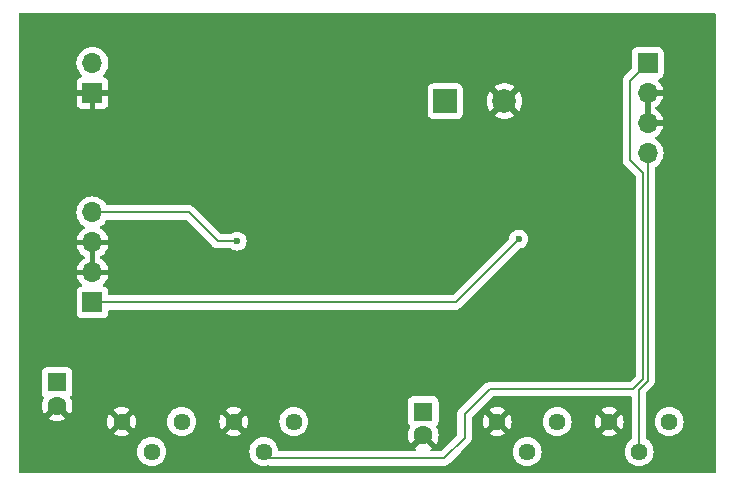
<source format=gbr>
%TF.GenerationSoftware,KiCad,Pcbnew,8.0.8*%
%TF.CreationDate,2025-01-26T19:39:00-06:00*%
%TF.ProjectId,peak-read-amp,7065616b-2d72-4656-9164-2d616d702e6b,rev?*%
%TF.SameCoordinates,Original*%
%TF.FileFunction,Copper,L2,Bot*%
%TF.FilePolarity,Positive*%
%FSLAX46Y46*%
G04 Gerber Fmt 4.6, Leading zero omitted, Abs format (unit mm)*
G04 Created by KiCad (PCBNEW 8.0.8) date 2025-01-26 19:39:00*
%MOMM*%
%LPD*%
G01*
G04 APERTURE LIST*
%TA.AperFunction,ComponentPad*%
%ADD10R,2.000000X2.000000*%
%TD*%
%TA.AperFunction,ComponentPad*%
%ADD11C,2.000000*%
%TD*%
%TA.AperFunction,ComponentPad*%
%ADD12C,1.440000*%
%TD*%
%TA.AperFunction,ComponentPad*%
%ADD13R,1.600000X1.600000*%
%TD*%
%TA.AperFunction,ComponentPad*%
%ADD14C,1.600000*%
%TD*%
%TA.AperFunction,ComponentPad*%
%ADD15R,1.700000X1.700000*%
%TD*%
%TA.AperFunction,ComponentPad*%
%ADD16O,1.700000X1.700000*%
%TD*%
%TA.AperFunction,ViaPad*%
%ADD17C,0.600000*%
%TD*%
%TA.AperFunction,Conductor*%
%ADD18C,0.200000*%
%TD*%
G04 APERTURE END LIST*
D10*
%TO.P,C2,1*%
%TO.N,+8V*%
X116132323Y-112000000D03*
D11*
%TO.P,C2,2*%
%TO.N,GND*%
X121132323Y-112000000D03*
%TD*%
D12*
%TO.P,RV1,1,1*%
%TO.N,Net-(R4-Pad2)*%
X125590000Y-139125000D03*
%TO.P,RV1,2,2*%
X123050000Y-141665000D03*
%TO.P,RV1,3,3*%
%TO.N,GND*%
X120510000Y-139125000D03*
%TD*%
%TO.P,RV2,1,1*%
%TO.N,Net-(R6-Pad1)*%
X135080000Y-139125000D03*
%TO.P,RV2,2,2*%
%TO.N,Net-(J3-Pin_4)*%
X132540000Y-141665000D03*
%TO.P,RV2,3,3*%
%TO.N,GND*%
X130000000Y-139125000D03*
%TD*%
%TO.P,RV3,1,1*%
%TO.N,Net-(R9-Pad2)*%
X93800000Y-139125000D03*
%TO.P,RV3,2,2*%
X91260000Y-141665000D03*
%TO.P,RV3,3,3*%
%TO.N,GND*%
X88720000Y-139125000D03*
%TD*%
%TO.P,RV4,1,1*%
%TO.N,Net-(R12-Pad1)*%
X103300000Y-139125000D03*
%TO.P,RV4,2,2*%
%TO.N,Net-(J3-Pin_1)*%
X100760000Y-141665000D03*
%TO.P,RV4,3,3*%
%TO.N,GND*%
X98220000Y-139125000D03*
%TD*%
D13*
%TO.P,C7,1*%
%TO.N,Net-(D6-K)*%
X83250000Y-135794888D03*
D14*
%TO.P,C7,2*%
%TO.N,GND*%
X83250000Y-137794888D03*
%TD*%
D15*
%TO.P,J1,1,Pin_1*%
%TO.N,GND*%
X86250000Y-111290000D03*
D16*
%TO.P,J1,2,Pin_2*%
%TO.N,Net-(D7-A)*%
X86250000Y-108750000D03*
%TD*%
D13*
%TO.P,C6,1*%
%TO.N,Net-(D3-K)*%
X114250000Y-138294888D03*
D14*
%TO.P,C6,2*%
%TO.N,GND*%
X114250000Y-140294888D03*
%TD*%
D15*
%TO.P,J3,1,Pin_1*%
%TO.N,Net-(J3-Pin_1)*%
X133250000Y-108750000D03*
D16*
%TO.P,J3,2,Pin_2*%
%TO.N,GND*%
X133250000Y-111290000D03*
%TO.P,J3,3,Pin_3*%
X133250000Y-113830000D03*
%TO.P,J3,4,Pin_4*%
%TO.N,Net-(J3-Pin_4)*%
X133250000Y-116370000D03*
%TD*%
D15*
%TO.P,J2,1,Pin_1*%
%TO.N,Net-(J2-Pin_1)*%
X86250000Y-129040000D03*
D16*
%TO.P,J2,2,Pin_2*%
%TO.N,GND*%
X86250000Y-126500000D03*
%TO.P,J2,3,Pin_3*%
X86250000Y-123960000D03*
%TO.P,J2,4,Pin_4*%
%TO.N,Net-(J2-Pin_4)*%
X86250000Y-121420000D03*
%TD*%
D17*
%TO.N,Net-(J2-Pin_1)*%
X122340000Y-123670000D03*
%TO.N,GND*%
X116250000Y-117500000D03*
X107250000Y-117500000D03*
X83250000Y-133000000D03*
X97250000Y-117250000D03*
X138000000Y-131000000D03*
X97700000Y-110397500D03*
X122260000Y-122250000D03*
X116250000Y-105000000D03*
X122250000Y-117500000D03*
X103250000Y-131750000D03*
X103250000Y-135500000D03*
X129750000Y-119250000D03*
X98500000Y-122500000D03*
X126500000Y-131880000D03*
X82250000Y-116250000D03*
X137250000Y-106250000D03*
X126500000Y-134630000D03*
X115000000Y-131000000D03*
X89500000Y-105000000D03*
X98000000Y-105000000D03*
X138000000Y-120380000D03*
%TO.N,Net-(J2-Pin_4)*%
X98500000Y-123850000D03*
%TD*%
D18*
%TO.N,Net-(J2-Pin_1)*%
X117000000Y-129040000D02*
X86250000Y-129040000D01*
X117000000Y-129010000D02*
X117000000Y-129040000D01*
X122340000Y-123670000D02*
X117000000Y-129010000D01*
%TO.N,Net-(J2-Pin_4)*%
X98500000Y-123850000D02*
X96850000Y-123850000D01*
X94420000Y-121420000D02*
X86250000Y-121420000D01*
X96850000Y-123850000D02*
X94420000Y-121420000D01*
%TO.N,Net-(J3-Pin_4)*%
X132540000Y-141665000D02*
X132500000Y-141625000D01*
X132500000Y-136445686D02*
X133250000Y-135695686D01*
X133250000Y-135695686D02*
X133250000Y-116370000D01*
X132500000Y-141625000D02*
X132500000Y-136445686D01*
%TO.N,Net-(J3-Pin_1)*%
X131750000Y-110250000D02*
X133250000Y-108750000D01*
X132850000Y-135530000D02*
X132850000Y-118100000D01*
X131750000Y-117000000D02*
X131750000Y-110250000D01*
X119870000Y-136380000D02*
X132000000Y-136380000D01*
X117750000Y-138500000D02*
X119870000Y-136380000D01*
X117750000Y-140500000D02*
X117750000Y-138500000D01*
X132850000Y-118100000D02*
X131750000Y-117000000D01*
X132000000Y-136380000D02*
X132850000Y-135530000D01*
X116000000Y-142250000D02*
X117750000Y-140500000D01*
X100760000Y-141665000D02*
X101345000Y-142250000D01*
X101345000Y-142250000D02*
X116000000Y-142250000D01*
%TD*%
%TA.AperFunction,Conductor*%
%TO.N,GND*%
G36*
X133500000Y-113396988D02*
G01*
X133442993Y-113364075D01*
X133315826Y-113330000D01*
X133184174Y-113330000D01*
X133057007Y-113364075D01*
X133000000Y-113396988D01*
X133000000Y-111723012D01*
X133057007Y-111755925D01*
X133184174Y-111790000D01*
X133315826Y-111790000D01*
X133442993Y-111755925D01*
X133500000Y-111723012D01*
X133500000Y-113396988D01*
G37*
%TD.AperFunction*%
%TA.AperFunction,Conductor*%
G36*
X86500000Y-126066988D02*
G01*
X86442993Y-126034075D01*
X86315826Y-126000000D01*
X86184174Y-126000000D01*
X86057007Y-126034075D01*
X86000000Y-126066988D01*
X86000000Y-124393012D01*
X86057007Y-124425925D01*
X86184174Y-124460000D01*
X86315826Y-124460000D01*
X86442993Y-124425925D01*
X86500000Y-124393012D01*
X86500000Y-126066988D01*
G37*
%TD.AperFunction*%
%TA.AperFunction,Conductor*%
G36*
X138942539Y-104520185D02*
G01*
X138988294Y-104572989D01*
X138999500Y-104624500D01*
X138999500Y-143375500D01*
X138979815Y-143442539D01*
X138927011Y-143488294D01*
X138875500Y-143499500D01*
X80124500Y-143499500D01*
X80057461Y-143479815D01*
X80011706Y-143427011D01*
X80000500Y-143375500D01*
X80000500Y-141664998D01*
X90034838Y-141664998D01*
X90034838Y-141665001D01*
X90053450Y-141877741D01*
X90053452Y-141877752D01*
X90108721Y-142084022D01*
X90108723Y-142084026D01*
X90108724Y-142084030D01*
X90151171Y-142175058D01*
X90198977Y-142277578D01*
X90321472Y-142452521D01*
X90472478Y-142603527D01*
X90472481Y-142603529D01*
X90647419Y-142726021D01*
X90647421Y-142726022D01*
X90647420Y-142726022D01*
X90711936Y-142756106D01*
X90840970Y-142816276D01*
X91047253Y-142871549D01*
X91199215Y-142884844D01*
X91259998Y-142890162D01*
X91260000Y-142890162D01*
X91260002Y-142890162D01*
X91313186Y-142885508D01*
X91472747Y-142871549D01*
X91679030Y-142816276D01*
X91872581Y-142726021D01*
X92047519Y-142603529D01*
X92198529Y-142452519D01*
X92321021Y-142277581D01*
X92411276Y-142084030D01*
X92466549Y-141877747D01*
X92485162Y-141665000D01*
X92485162Y-141664998D01*
X99534838Y-141664998D01*
X99534838Y-141665001D01*
X99553450Y-141877741D01*
X99553452Y-141877752D01*
X99608721Y-142084022D01*
X99608723Y-142084026D01*
X99608724Y-142084030D01*
X99651171Y-142175058D01*
X99698977Y-142277578D01*
X99821472Y-142452521D01*
X99972478Y-142603527D01*
X99972481Y-142603529D01*
X100147419Y-142726021D01*
X100147421Y-142726022D01*
X100147420Y-142726022D01*
X100211936Y-142756106D01*
X100340970Y-142816276D01*
X100547253Y-142871549D01*
X100699215Y-142884844D01*
X100759998Y-142890162D01*
X100760000Y-142890162D01*
X100760002Y-142890162D01*
X100813186Y-142885508D01*
X100972747Y-142871549D01*
X101126530Y-142830343D01*
X101190713Y-142830343D01*
X101265943Y-142850501D01*
X101265946Y-142850501D01*
X101431653Y-142850501D01*
X101431669Y-142850500D01*
X115913331Y-142850500D01*
X115913347Y-142850501D01*
X115920943Y-142850501D01*
X116079054Y-142850501D01*
X116079057Y-142850501D01*
X116231785Y-142809577D01*
X116281904Y-142780639D01*
X116368716Y-142730520D01*
X116480520Y-142618716D01*
X116480520Y-142618714D01*
X116490728Y-142608507D01*
X116490729Y-142608504D01*
X117434237Y-141664998D01*
X121824838Y-141664998D01*
X121824838Y-141665001D01*
X121843450Y-141877741D01*
X121843452Y-141877752D01*
X121898721Y-142084022D01*
X121898723Y-142084026D01*
X121898724Y-142084030D01*
X121941171Y-142175058D01*
X121988977Y-142277578D01*
X122111472Y-142452521D01*
X122262478Y-142603527D01*
X122262481Y-142603529D01*
X122437419Y-142726021D01*
X122437421Y-142726022D01*
X122437420Y-142726022D01*
X122501936Y-142756106D01*
X122630970Y-142816276D01*
X122837253Y-142871549D01*
X122989215Y-142884844D01*
X123049998Y-142890162D01*
X123050000Y-142890162D01*
X123050002Y-142890162D01*
X123103186Y-142885508D01*
X123262747Y-142871549D01*
X123469030Y-142816276D01*
X123662581Y-142726021D01*
X123837519Y-142603529D01*
X123988529Y-142452519D01*
X124111021Y-142277581D01*
X124201276Y-142084030D01*
X124256549Y-141877747D01*
X124275162Y-141665000D01*
X124256549Y-141452253D01*
X124201276Y-141245970D01*
X124111021Y-141052419D01*
X123988529Y-140877481D01*
X123988527Y-140877478D01*
X123837521Y-140726472D01*
X123662578Y-140603977D01*
X123662579Y-140603977D01*
X123526438Y-140540494D01*
X123469030Y-140513724D01*
X123469026Y-140513723D01*
X123469022Y-140513721D01*
X123262752Y-140458452D01*
X123262748Y-140458451D01*
X123262747Y-140458451D01*
X123262746Y-140458450D01*
X123262741Y-140458450D01*
X123050002Y-140439838D01*
X123049998Y-140439838D01*
X122837258Y-140458450D01*
X122837247Y-140458452D01*
X122630977Y-140513721D01*
X122630968Y-140513725D01*
X122437421Y-140603977D01*
X122262478Y-140726472D01*
X122111472Y-140877478D01*
X121988977Y-141052421D01*
X121898725Y-141245968D01*
X121898721Y-141245977D01*
X121843452Y-141452247D01*
X121843450Y-141452258D01*
X121824838Y-141664998D01*
X117434237Y-141664998D01*
X118230520Y-140868716D01*
X118309577Y-140731784D01*
X118350501Y-140579057D01*
X118350501Y-140420942D01*
X118350501Y-140413347D01*
X118350500Y-140413329D01*
X118350500Y-139124997D01*
X119285340Y-139124997D01*
X119285340Y-139125002D01*
X119303944Y-139337654D01*
X119303945Y-139337662D01*
X119359194Y-139543853D01*
X119359197Y-139543859D01*
X119449413Y-139737329D01*
X119488415Y-139793030D01*
X120110000Y-139171445D01*
X120110000Y-139177661D01*
X120137259Y-139279394D01*
X120189920Y-139370606D01*
X120264394Y-139445080D01*
X120355606Y-139497741D01*
X120457339Y-139525000D01*
X120463554Y-139525000D01*
X119841968Y-140146584D01*
X119897663Y-140185582D01*
X119897669Y-140185586D01*
X120091140Y-140275802D01*
X120091146Y-140275805D01*
X120297337Y-140331054D01*
X120297345Y-140331055D01*
X120509998Y-140349660D01*
X120510002Y-140349660D01*
X120722654Y-140331055D01*
X120722662Y-140331054D01*
X120928853Y-140275805D01*
X120928864Y-140275801D01*
X121122325Y-140185589D01*
X121178030Y-140146583D01*
X120556447Y-139525000D01*
X120562661Y-139525000D01*
X120664394Y-139497741D01*
X120755606Y-139445080D01*
X120830080Y-139370606D01*
X120882741Y-139279394D01*
X120910000Y-139177661D01*
X120910000Y-139171446D01*
X121531583Y-139793029D01*
X121570589Y-139737325D01*
X121660801Y-139543864D01*
X121660805Y-139543853D01*
X121716054Y-139337662D01*
X121716055Y-139337654D01*
X121734660Y-139125002D01*
X121734660Y-139124998D01*
X124364838Y-139124998D01*
X124364838Y-139125001D01*
X124383450Y-139337741D01*
X124383452Y-139337752D01*
X124438721Y-139544022D01*
X124438723Y-139544026D01*
X124438724Y-139544030D01*
X124462673Y-139595388D01*
X124528977Y-139737578D01*
X124651472Y-139912521D01*
X124802478Y-140063527D01*
X124837607Y-140088124D01*
X124977419Y-140186021D01*
X124977421Y-140186022D01*
X124977420Y-140186022D01*
X125041936Y-140216106D01*
X125170970Y-140276276D01*
X125377253Y-140331549D01*
X125529215Y-140344844D01*
X125589998Y-140350162D01*
X125590000Y-140350162D01*
X125590002Y-140350162D01*
X125643186Y-140345508D01*
X125802747Y-140331549D01*
X126009030Y-140276276D01*
X126202581Y-140186021D01*
X126377519Y-140063529D01*
X126528529Y-139912519D01*
X126651021Y-139737581D01*
X126741276Y-139544030D01*
X126796549Y-139337747D01*
X126815162Y-139125000D01*
X126815162Y-139124997D01*
X128775340Y-139124997D01*
X128775340Y-139125002D01*
X128793944Y-139337654D01*
X128793945Y-139337662D01*
X128849194Y-139543853D01*
X128849197Y-139543859D01*
X128939413Y-139737329D01*
X128978415Y-139793030D01*
X129600000Y-139171445D01*
X129600000Y-139177661D01*
X129627259Y-139279394D01*
X129679920Y-139370606D01*
X129754394Y-139445080D01*
X129845606Y-139497741D01*
X129947339Y-139525000D01*
X129953554Y-139525000D01*
X129331968Y-140146584D01*
X129387663Y-140185582D01*
X129387669Y-140185586D01*
X129581140Y-140275802D01*
X129581146Y-140275805D01*
X129787337Y-140331054D01*
X129787345Y-140331055D01*
X129999998Y-140349660D01*
X130000002Y-140349660D01*
X130212654Y-140331055D01*
X130212662Y-140331054D01*
X130418853Y-140275805D01*
X130418864Y-140275801D01*
X130612325Y-140185589D01*
X130668030Y-140146583D01*
X130046447Y-139525000D01*
X130052661Y-139525000D01*
X130154394Y-139497741D01*
X130245606Y-139445080D01*
X130320080Y-139370606D01*
X130372741Y-139279394D01*
X130400000Y-139177661D01*
X130400000Y-139171446D01*
X131021583Y-139793029D01*
X131060589Y-139737325D01*
X131150801Y-139543864D01*
X131150805Y-139543853D01*
X131206054Y-139337662D01*
X131206055Y-139337654D01*
X131224660Y-139125002D01*
X131224660Y-139124997D01*
X131206055Y-138912345D01*
X131206054Y-138912337D01*
X131150805Y-138706146D01*
X131150802Y-138706140D01*
X131060586Y-138512669D01*
X131060582Y-138512663D01*
X131021584Y-138456968D01*
X130400000Y-139078552D01*
X130400000Y-139072339D01*
X130372741Y-138970606D01*
X130320080Y-138879394D01*
X130245606Y-138804920D01*
X130154394Y-138752259D01*
X130052661Y-138725000D01*
X130046447Y-138725000D01*
X130668030Y-138103415D01*
X130612329Y-138064413D01*
X130418859Y-137974197D01*
X130418853Y-137974194D01*
X130212662Y-137918945D01*
X130212654Y-137918944D01*
X130000002Y-137900340D01*
X129999998Y-137900340D01*
X129787345Y-137918944D01*
X129787337Y-137918945D01*
X129581146Y-137974194D01*
X129581140Y-137974197D01*
X129387671Y-138064412D01*
X129387669Y-138064413D01*
X129331969Y-138103415D01*
X129331968Y-138103415D01*
X129953554Y-138725000D01*
X129947339Y-138725000D01*
X129845606Y-138752259D01*
X129754394Y-138804920D01*
X129679920Y-138879394D01*
X129627259Y-138970606D01*
X129600000Y-139072339D01*
X129600000Y-139078553D01*
X128978415Y-138456968D01*
X128978415Y-138456969D01*
X128939413Y-138512669D01*
X128939412Y-138512671D01*
X128849197Y-138706140D01*
X128849194Y-138706146D01*
X128793945Y-138912337D01*
X128793944Y-138912345D01*
X128775340Y-139124997D01*
X126815162Y-139124997D01*
X126796549Y-138912253D01*
X126741276Y-138705970D01*
X126651021Y-138512419D01*
X126528529Y-138337481D01*
X126528527Y-138337478D01*
X126377521Y-138186472D01*
X126202578Y-138063977D01*
X126202579Y-138063977D01*
X126073547Y-138003809D01*
X126009030Y-137973724D01*
X126009026Y-137973723D01*
X126009022Y-137973721D01*
X125802752Y-137918452D01*
X125802748Y-137918451D01*
X125802747Y-137918451D01*
X125802746Y-137918450D01*
X125802741Y-137918450D01*
X125590002Y-137899838D01*
X125589998Y-137899838D01*
X125377258Y-137918450D01*
X125377247Y-137918452D01*
X125170977Y-137973721D01*
X125170968Y-137973725D01*
X124977421Y-138063977D01*
X124802478Y-138186472D01*
X124651472Y-138337478D01*
X124528977Y-138512421D01*
X124438725Y-138705968D01*
X124438721Y-138705977D01*
X124383452Y-138912247D01*
X124383450Y-138912258D01*
X124364838Y-139124998D01*
X121734660Y-139124998D01*
X121734660Y-139124997D01*
X121716055Y-138912345D01*
X121716054Y-138912337D01*
X121660805Y-138706146D01*
X121660802Y-138706140D01*
X121570586Y-138512669D01*
X121570582Y-138512663D01*
X121531584Y-138456968D01*
X120910000Y-139078552D01*
X120910000Y-139072339D01*
X120882741Y-138970606D01*
X120830080Y-138879394D01*
X120755606Y-138804920D01*
X120664394Y-138752259D01*
X120562661Y-138725000D01*
X120556447Y-138725000D01*
X121178030Y-138103415D01*
X121122329Y-138064413D01*
X120928859Y-137974197D01*
X120928853Y-137974194D01*
X120722662Y-137918945D01*
X120722654Y-137918944D01*
X120510002Y-137900340D01*
X120509998Y-137900340D01*
X120297345Y-137918944D01*
X120297337Y-137918945D01*
X120091146Y-137974194D01*
X120091140Y-137974197D01*
X119897671Y-138064412D01*
X119897669Y-138064413D01*
X119841969Y-138103415D01*
X119841968Y-138103415D01*
X120463554Y-138725000D01*
X120457339Y-138725000D01*
X120355606Y-138752259D01*
X120264394Y-138804920D01*
X120189920Y-138879394D01*
X120137259Y-138970606D01*
X120110000Y-139072339D01*
X120110000Y-139078553D01*
X119488415Y-138456968D01*
X119488415Y-138456969D01*
X119449413Y-138512669D01*
X119449412Y-138512671D01*
X119359197Y-138706140D01*
X119359194Y-138706146D01*
X119303945Y-138912337D01*
X119303944Y-138912345D01*
X119285340Y-139124997D01*
X118350500Y-139124997D01*
X118350500Y-138800097D01*
X118370185Y-138733058D01*
X118386819Y-138712416D01*
X120082417Y-137016819D01*
X120143740Y-136983334D01*
X120170098Y-136980500D01*
X131775500Y-136980500D01*
X131842539Y-137000185D01*
X131888294Y-137052989D01*
X131899500Y-137104500D01*
X131899500Y-140558976D01*
X131879815Y-140626015D01*
X131846625Y-140660550D01*
X131752481Y-140726471D01*
X131601469Y-140877482D01*
X131478977Y-141052421D01*
X131388725Y-141245968D01*
X131388721Y-141245977D01*
X131333452Y-141452247D01*
X131333450Y-141452258D01*
X131314838Y-141664998D01*
X131314838Y-141665001D01*
X131333450Y-141877741D01*
X131333452Y-141877752D01*
X131388721Y-142084022D01*
X131388723Y-142084026D01*
X131388724Y-142084030D01*
X131431171Y-142175058D01*
X131478977Y-142277578D01*
X131601472Y-142452521D01*
X131752478Y-142603527D01*
X131752481Y-142603529D01*
X131927419Y-142726021D01*
X131927421Y-142726022D01*
X131927420Y-142726022D01*
X131991936Y-142756106D01*
X132120970Y-142816276D01*
X132327253Y-142871549D01*
X132479215Y-142884844D01*
X132539998Y-142890162D01*
X132540000Y-142890162D01*
X132540002Y-142890162D01*
X132593186Y-142885508D01*
X132752747Y-142871549D01*
X132959030Y-142816276D01*
X133152581Y-142726021D01*
X133327519Y-142603529D01*
X133478529Y-142452519D01*
X133601021Y-142277581D01*
X133691276Y-142084030D01*
X133746549Y-141877747D01*
X133765162Y-141665000D01*
X133746549Y-141452253D01*
X133691276Y-141245970D01*
X133601021Y-141052419D01*
X133478529Y-140877481D01*
X133478527Y-140877478D01*
X133327521Y-140726472D01*
X133153377Y-140604536D01*
X133109752Y-140549959D01*
X133100500Y-140502961D01*
X133100500Y-139124998D01*
X133854838Y-139124998D01*
X133854838Y-139125001D01*
X133873450Y-139337741D01*
X133873452Y-139337752D01*
X133928721Y-139544022D01*
X133928723Y-139544026D01*
X133928724Y-139544030D01*
X133952673Y-139595388D01*
X134018977Y-139737578D01*
X134141472Y-139912521D01*
X134292478Y-140063527D01*
X134327607Y-140088124D01*
X134467419Y-140186021D01*
X134467421Y-140186022D01*
X134467420Y-140186022D01*
X134531936Y-140216106D01*
X134660970Y-140276276D01*
X134867253Y-140331549D01*
X135019215Y-140344844D01*
X135079998Y-140350162D01*
X135080000Y-140350162D01*
X135080002Y-140350162D01*
X135133186Y-140345508D01*
X135292747Y-140331549D01*
X135499030Y-140276276D01*
X135692581Y-140186021D01*
X135867519Y-140063529D01*
X136018529Y-139912519D01*
X136141021Y-139737581D01*
X136231276Y-139544030D01*
X136286549Y-139337747D01*
X136305162Y-139125000D01*
X136286549Y-138912253D01*
X136231276Y-138705970D01*
X136141021Y-138512419D01*
X136018529Y-138337481D01*
X136018527Y-138337478D01*
X135867521Y-138186472D01*
X135692578Y-138063977D01*
X135692579Y-138063977D01*
X135563547Y-138003809D01*
X135499030Y-137973724D01*
X135499026Y-137973723D01*
X135499022Y-137973721D01*
X135292752Y-137918452D01*
X135292748Y-137918451D01*
X135292747Y-137918451D01*
X135292746Y-137918450D01*
X135292741Y-137918450D01*
X135080002Y-137899838D01*
X135079998Y-137899838D01*
X134867258Y-137918450D01*
X134867247Y-137918452D01*
X134660977Y-137973721D01*
X134660968Y-137973725D01*
X134467421Y-138063977D01*
X134292478Y-138186472D01*
X134141472Y-138337478D01*
X134018977Y-138512421D01*
X133928725Y-138705968D01*
X133928721Y-138705977D01*
X133873452Y-138912247D01*
X133873450Y-138912258D01*
X133854838Y-139124998D01*
X133100500Y-139124998D01*
X133100500Y-136745782D01*
X133120185Y-136678743D01*
X133136815Y-136658105D01*
X133618713Y-136176207D01*
X133618716Y-136176206D01*
X133730520Y-136064402D01*
X133780639Y-135977590D01*
X133809577Y-135927471D01*
X133850500Y-135774743D01*
X133850500Y-135616629D01*
X133850500Y-117659090D01*
X133870185Y-117592051D01*
X133922101Y-117546706D01*
X133927830Y-117544035D01*
X134121401Y-117408495D01*
X134288495Y-117241401D01*
X134424035Y-117047830D01*
X134523903Y-116833663D01*
X134585063Y-116605408D01*
X134605659Y-116370000D01*
X134585063Y-116134592D01*
X134523903Y-115906337D01*
X134424035Y-115692171D01*
X134288495Y-115498599D01*
X134288494Y-115498597D01*
X134121402Y-115331506D01*
X134121401Y-115331505D01*
X133935405Y-115201269D01*
X133891781Y-115146692D01*
X133884588Y-115077193D01*
X133916110Y-115014839D01*
X133935405Y-114998119D01*
X134121082Y-114868105D01*
X134288105Y-114701082D01*
X134423600Y-114507578D01*
X134523429Y-114293492D01*
X134523432Y-114293486D01*
X134580636Y-114080000D01*
X133683012Y-114080000D01*
X133715925Y-114022993D01*
X133750000Y-113895826D01*
X133750000Y-113764174D01*
X133715925Y-113637007D01*
X133683012Y-113580000D01*
X134580636Y-113580000D01*
X134580635Y-113579999D01*
X134523432Y-113366513D01*
X134523429Y-113366507D01*
X134423600Y-113152422D01*
X134423599Y-113152420D01*
X134288113Y-112958926D01*
X134288108Y-112958920D01*
X134121082Y-112791894D01*
X133934968Y-112661575D01*
X133891344Y-112606998D01*
X133884151Y-112537499D01*
X133915673Y-112475145D01*
X133934968Y-112458425D01*
X134121082Y-112328105D01*
X134288105Y-112161082D01*
X134423600Y-111967578D01*
X134523429Y-111753492D01*
X134523432Y-111753486D01*
X134580636Y-111540000D01*
X133683012Y-111540000D01*
X133715925Y-111482993D01*
X133750000Y-111355826D01*
X133750000Y-111224174D01*
X133715925Y-111097007D01*
X133683012Y-111040000D01*
X134580636Y-111040000D01*
X134580635Y-111039999D01*
X134523432Y-110826513D01*
X134523429Y-110826507D01*
X134423600Y-110612422D01*
X134423599Y-110612420D01*
X134288113Y-110418926D01*
X134288108Y-110418920D01*
X134166053Y-110296865D01*
X134132568Y-110235542D01*
X134137552Y-110165850D01*
X134179424Y-110109917D01*
X134210400Y-110093002D01*
X134342331Y-110043796D01*
X134457546Y-109957546D01*
X134543796Y-109842331D01*
X134594091Y-109707483D01*
X134600500Y-109647873D01*
X134600499Y-107852128D01*
X134594091Y-107792517D01*
X134543796Y-107657669D01*
X134543795Y-107657668D01*
X134543793Y-107657664D01*
X134457547Y-107542455D01*
X134457544Y-107542452D01*
X134342335Y-107456206D01*
X134342328Y-107456202D01*
X134207482Y-107405908D01*
X134207483Y-107405908D01*
X134147883Y-107399501D01*
X134147881Y-107399500D01*
X134147873Y-107399500D01*
X134147864Y-107399500D01*
X132352129Y-107399500D01*
X132352123Y-107399501D01*
X132292516Y-107405908D01*
X132157671Y-107456202D01*
X132157664Y-107456206D01*
X132042455Y-107542452D01*
X132042452Y-107542455D01*
X131956206Y-107657664D01*
X131956202Y-107657671D01*
X131905908Y-107792517D01*
X131899501Y-107852116D01*
X131899501Y-107852123D01*
X131899500Y-107852135D01*
X131899500Y-109199902D01*
X131879815Y-109266941D01*
X131863181Y-109287583D01*
X131269481Y-109881282D01*
X131269479Y-109881284D01*
X131255381Y-109905705D01*
X131244798Y-109924035D01*
X131190423Y-110018215D01*
X131149499Y-110170943D01*
X131149499Y-110170945D01*
X131149499Y-110339046D01*
X131149500Y-110339059D01*
X131149500Y-116913330D01*
X131149499Y-116913348D01*
X131149499Y-117079054D01*
X131149498Y-117079054D01*
X131149499Y-117079057D01*
X131190423Y-117231785D01*
X131195972Y-117241395D01*
X131195976Y-117241402D01*
X131195976Y-117241403D01*
X131269477Y-117368712D01*
X131269481Y-117368717D01*
X131388349Y-117487585D01*
X131388355Y-117487590D01*
X132213181Y-118312416D01*
X132246666Y-118373739D01*
X132249500Y-118400097D01*
X132249500Y-135229902D01*
X132229815Y-135296941D01*
X132213181Y-135317583D01*
X131787584Y-135743181D01*
X131726261Y-135776666D01*
X131699903Y-135779500D01*
X119956670Y-135779500D01*
X119956654Y-135779499D01*
X119949058Y-135779499D01*
X119790943Y-135779499D01*
X119714579Y-135799961D01*
X119638214Y-135820423D01*
X119638209Y-135820426D01*
X119501290Y-135899475D01*
X119501282Y-135899481D01*
X117269481Y-138131282D01*
X117269480Y-138131284D01*
X117237618Y-138186471D01*
X117190423Y-138268215D01*
X117149499Y-138420943D01*
X117149499Y-138420945D01*
X117149499Y-138589046D01*
X117149500Y-138589059D01*
X117149500Y-140199902D01*
X117129815Y-140266941D01*
X117113181Y-140287583D01*
X115787584Y-141613181D01*
X115726261Y-141646666D01*
X115699903Y-141649500D01*
X114975172Y-141649500D01*
X114908133Y-141629815D01*
X114862378Y-141577011D01*
X114852434Y-141507853D01*
X114881459Y-141444297D01*
X114904047Y-141423926D01*
X114975471Y-141373912D01*
X114296447Y-140694888D01*
X114302661Y-140694888D01*
X114404394Y-140667629D01*
X114495606Y-140614968D01*
X114570080Y-140540494D01*
X114622741Y-140449282D01*
X114650000Y-140347549D01*
X114650000Y-140341335D01*
X115329024Y-141020359D01*
X115380136Y-140947366D01*
X115476264Y-140741219D01*
X115476269Y-140741205D01*
X115535139Y-140521498D01*
X115535141Y-140521487D01*
X115554966Y-140294888D01*
X115554966Y-140294885D01*
X115535141Y-140068288D01*
X115535139Y-140068277D01*
X115476269Y-139848570D01*
X115476265Y-139848561D01*
X115380134Y-139642406D01*
X115380130Y-139642400D01*
X115371188Y-139629628D01*
X115348861Y-139563422D01*
X115365873Y-139495655D01*
X115398454Y-139459239D01*
X115407546Y-139452434D01*
X115493796Y-139337219D01*
X115544091Y-139202371D01*
X115550500Y-139142761D01*
X115550499Y-137447016D01*
X115544091Y-137387405D01*
X115529606Y-137348570D01*
X115493797Y-137252559D01*
X115493793Y-137252552D01*
X115407547Y-137137343D01*
X115407544Y-137137340D01*
X115292335Y-137051094D01*
X115292328Y-137051090D01*
X115157482Y-137000796D01*
X115157483Y-137000796D01*
X115097883Y-136994389D01*
X115097881Y-136994388D01*
X115097873Y-136994388D01*
X115097864Y-136994388D01*
X113402129Y-136994388D01*
X113402123Y-136994389D01*
X113342516Y-137000796D01*
X113207671Y-137051090D01*
X113207664Y-137051094D01*
X113092455Y-137137340D01*
X113092452Y-137137343D01*
X113006206Y-137252552D01*
X113006202Y-137252559D01*
X112955908Y-137387405D01*
X112949501Y-137447004D01*
X112949501Y-137447011D01*
X112949500Y-137447023D01*
X112949500Y-139142758D01*
X112949501Y-139142764D01*
X112955908Y-139202371D01*
X113006202Y-139337216D01*
X113006206Y-139337223D01*
X113092452Y-139452432D01*
X113092453Y-139452432D01*
X113092454Y-139452434D01*
X113101545Y-139459239D01*
X113143416Y-139515170D01*
X113148402Y-139584862D01*
X113128813Y-139629624D01*
X113119871Y-139642395D01*
X113119868Y-139642400D01*
X113023734Y-139848561D01*
X113023730Y-139848570D01*
X112964860Y-140068277D01*
X112964858Y-140068288D01*
X112945034Y-140294885D01*
X112945034Y-140294888D01*
X112964858Y-140521487D01*
X112964860Y-140521498D01*
X113023730Y-140741205D01*
X113023735Y-140741219D01*
X113119863Y-140947366D01*
X113170974Y-141020360D01*
X113850000Y-140341334D01*
X113850000Y-140347549D01*
X113877259Y-140449282D01*
X113929920Y-140540494D01*
X114004394Y-140614968D01*
X114095606Y-140667629D01*
X114197339Y-140694888D01*
X114203553Y-140694888D01*
X113524526Y-141373913D01*
X113595951Y-141423926D01*
X113639576Y-141478503D01*
X113646768Y-141548001D01*
X113615246Y-141610356D01*
X113555015Y-141645769D01*
X113524827Y-141649500D01*
X102097431Y-141649500D01*
X102030392Y-141629815D01*
X101984637Y-141577011D01*
X101973903Y-141536308D01*
X101971413Y-141507853D01*
X101966549Y-141452253D01*
X101911276Y-141245970D01*
X101821021Y-141052419D01*
X101698529Y-140877481D01*
X101698527Y-140877478D01*
X101547521Y-140726472D01*
X101372578Y-140603977D01*
X101372579Y-140603977D01*
X101236438Y-140540494D01*
X101179030Y-140513724D01*
X101179026Y-140513723D01*
X101179022Y-140513721D01*
X100972752Y-140458452D01*
X100972748Y-140458451D01*
X100972747Y-140458451D01*
X100972746Y-140458450D01*
X100972741Y-140458450D01*
X100760002Y-140439838D01*
X100759998Y-140439838D01*
X100547258Y-140458450D01*
X100547247Y-140458452D01*
X100340977Y-140513721D01*
X100340968Y-140513725D01*
X100147421Y-140603977D01*
X99972478Y-140726472D01*
X99821472Y-140877478D01*
X99698977Y-141052421D01*
X99608725Y-141245968D01*
X99608721Y-141245977D01*
X99553452Y-141452247D01*
X99553450Y-141452258D01*
X99534838Y-141664998D01*
X92485162Y-141664998D01*
X92466549Y-141452253D01*
X92411276Y-141245970D01*
X92321021Y-141052419D01*
X92198529Y-140877481D01*
X92198527Y-140877478D01*
X92047521Y-140726472D01*
X91872578Y-140603977D01*
X91872579Y-140603977D01*
X91736438Y-140540494D01*
X91679030Y-140513724D01*
X91679026Y-140513723D01*
X91679022Y-140513721D01*
X91472752Y-140458452D01*
X91472748Y-140458451D01*
X91472747Y-140458451D01*
X91472746Y-140458450D01*
X91472741Y-140458450D01*
X91260002Y-140439838D01*
X91259998Y-140439838D01*
X91047258Y-140458450D01*
X91047247Y-140458452D01*
X90840977Y-140513721D01*
X90840968Y-140513725D01*
X90647421Y-140603977D01*
X90472478Y-140726472D01*
X90321472Y-140877478D01*
X90198977Y-141052421D01*
X90108725Y-141245968D01*
X90108721Y-141245977D01*
X90053452Y-141452247D01*
X90053450Y-141452258D01*
X90034838Y-141664998D01*
X80000500Y-141664998D01*
X80000500Y-139124997D01*
X87495340Y-139124997D01*
X87495340Y-139125002D01*
X87513944Y-139337654D01*
X87513945Y-139337662D01*
X87569194Y-139543853D01*
X87569197Y-139543859D01*
X87659413Y-139737329D01*
X87698415Y-139793030D01*
X88320000Y-139171445D01*
X88320000Y-139177661D01*
X88347259Y-139279394D01*
X88399920Y-139370606D01*
X88474394Y-139445080D01*
X88565606Y-139497741D01*
X88667339Y-139525000D01*
X88673554Y-139525000D01*
X88051968Y-140146584D01*
X88107663Y-140185582D01*
X88107669Y-140185586D01*
X88301140Y-140275802D01*
X88301146Y-140275805D01*
X88507337Y-140331054D01*
X88507345Y-140331055D01*
X88719998Y-140349660D01*
X88720002Y-140349660D01*
X88932654Y-140331055D01*
X88932662Y-140331054D01*
X89138853Y-140275805D01*
X89138864Y-140275801D01*
X89332325Y-140185589D01*
X89388030Y-140146583D01*
X88766447Y-139525000D01*
X88772661Y-139525000D01*
X88874394Y-139497741D01*
X88965606Y-139445080D01*
X89040080Y-139370606D01*
X89092741Y-139279394D01*
X89120000Y-139177661D01*
X89120000Y-139171446D01*
X89741583Y-139793029D01*
X89780589Y-139737325D01*
X89870801Y-139543864D01*
X89870805Y-139543853D01*
X89926054Y-139337662D01*
X89926055Y-139337654D01*
X89944660Y-139125002D01*
X89944660Y-139124998D01*
X92574838Y-139124998D01*
X92574838Y-139125001D01*
X92593450Y-139337741D01*
X92593452Y-139337752D01*
X92648721Y-139544022D01*
X92648723Y-139544026D01*
X92648724Y-139544030D01*
X92672673Y-139595388D01*
X92738977Y-139737578D01*
X92861472Y-139912521D01*
X93012478Y-140063527D01*
X93047607Y-140088124D01*
X93187419Y-140186021D01*
X93187421Y-140186022D01*
X93187420Y-140186022D01*
X93251936Y-140216106D01*
X93380970Y-140276276D01*
X93587253Y-140331549D01*
X93739215Y-140344844D01*
X93799998Y-140350162D01*
X93800000Y-140350162D01*
X93800002Y-140350162D01*
X93853186Y-140345508D01*
X94012747Y-140331549D01*
X94219030Y-140276276D01*
X94412581Y-140186021D01*
X94587519Y-140063529D01*
X94738529Y-139912519D01*
X94861021Y-139737581D01*
X94951276Y-139544030D01*
X95006549Y-139337747D01*
X95025162Y-139125000D01*
X95025162Y-139124997D01*
X96995340Y-139124997D01*
X96995340Y-139125002D01*
X97013944Y-139337654D01*
X97013945Y-139337662D01*
X97069194Y-139543853D01*
X97069197Y-139543859D01*
X97159413Y-139737329D01*
X97198415Y-139793030D01*
X97820000Y-139171445D01*
X97820000Y-139177661D01*
X97847259Y-139279394D01*
X97899920Y-139370606D01*
X97974394Y-139445080D01*
X98065606Y-139497741D01*
X98167339Y-139525000D01*
X98173554Y-139525000D01*
X97551968Y-140146584D01*
X97607663Y-140185582D01*
X97607669Y-140185586D01*
X97801140Y-140275802D01*
X97801146Y-140275805D01*
X98007337Y-140331054D01*
X98007345Y-140331055D01*
X98219998Y-140349660D01*
X98220002Y-140349660D01*
X98432654Y-140331055D01*
X98432662Y-140331054D01*
X98638853Y-140275805D01*
X98638864Y-140275801D01*
X98832325Y-140185589D01*
X98888030Y-140146583D01*
X98266447Y-139525000D01*
X98272661Y-139525000D01*
X98374394Y-139497741D01*
X98465606Y-139445080D01*
X98540080Y-139370606D01*
X98592741Y-139279394D01*
X98620000Y-139177661D01*
X98620000Y-139171446D01*
X99241583Y-139793029D01*
X99280589Y-139737325D01*
X99370801Y-139543864D01*
X99370805Y-139543853D01*
X99426054Y-139337662D01*
X99426055Y-139337654D01*
X99444660Y-139125002D01*
X99444660Y-139124998D01*
X102074838Y-139124998D01*
X102074838Y-139125001D01*
X102093450Y-139337741D01*
X102093452Y-139337752D01*
X102148721Y-139544022D01*
X102148723Y-139544026D01*
X102148724Y-139544030D01*
X102172673Y-139595388D01*
X102238977Y-139737578D01*
X102361472Y-139912521D01*
X102512478Y-140063527D01*
X102547607Y-140088124D01*
X102687419Y-140186021D01*
X102687421Y-140186022D01*
X102687420Y-140186022D01*
X102751936Y-140216106D01*
X102880970Y-140276276D01*
X103087253Y-140331549D01*
X103239215Y-140344844D01*
X103299998Y-140350162D01*
X103300000Y-140350162D01*
X103300002Y-140350162D01*
X103353186Y-140345508D01*
X103512747Y-140331549D01*
X103719030Y-140276276D01*
X103912581Y-140186021D01*
X104087519Y-140063529D01*
X104238529Y-139912519D01*
X104361021Y-139737581D01*
X104451276Y-139544030D01*
X104506549Y-139337747D01*
X104525162Y-139125000D01*
X104506549Y-138912253D01*
X104451276Y-138705970D01*
X104361021Y-138512419D01*
X104238529Y-138337481D01*
X104238527Y-138337478D01*
X104087521Y-138186472D01*
X103912578Y-138063977D01*
X103912579Y-138063977D01*
X103783547Y-138003809D01*
X103719030Y-137973724D01*
X103719026Y-137973723D01*
X103719022Y-137973721D01*
X103512752Y-137918452D01*
X103512748Y-137918451D01*
X103512747Y-137918451D01*
X103512746Y-137918450D01*
X103512741Y-137918450D01*
X103300002Y-137899838D01*
X103299998Y-137899838D01*
X103087258Y-137918450D01*
X103087247Y-137918452D01*
X102880977Y-137973721D01*
X102880968Y-137973725D01*
X102687421Y-138063977D01*
X102512478Y-138186472D01*
X102361472Y-138337478D01*
X102238977Y-138512421D01*
X102148725Y-138705968D01*
X102148721Y-138705977D01*
X102093452Y-138912247D01*
X102093450Y-138912258D01*
X102074838Y-139124998D01*
X99444660Y-139124998D01*
X99444660Y-139124997D01*
X99426055Y-138912345D01*
X99426054Y-138912337D01*
X99370805Y-138706146D01*
X99370802Y-138706140D01*
X99280586Y-138512669D01*
X99280582Y-138512663D01*
X99241584Y-138456968D01*
X98620000Y-139078552D01*
X98620000Y-139072339D01*
X98592741Y-138970606D01*
X98540080Y-138879394D01*
X98465606Y-138804920D01*
X98374394Y-138752259D01*
X98272661Y-138725000D01*
X98266447Y-138725000D01*
X98888030Y-138103415D01*
X98832329Y-138064413D01*
X98638859Y-137974197D01*
X98638853Y-137974194D01*
X98432662Y-137918945D01*
X98432654Y-137918944D01*
X98220002Y-137900340D01*
X98219998Y-137900340D01*
X98007345Y-137918944D01*
X98007337Y-137918945D01*
X97801146Y-137974194D01*
X97801140Y-137974197D01*
X97607671Y-138064412D01*
X97607669Y-138064413D01*
X97551969Y-138103415D01*
X97551968Y-138103415D01*
X98173554Y-138725000D01*
X98167339Y-138725000D01*
X98065606Y-138752259D01*
X97974394Y-138804920D01*
X97899920Y-138879394D01*
X97847259Y-138970606D01*
X97820000Y-139072339D01*
X97820000Y-139078553D01*
X97198415Y-138456968D01*
X97198415Y-138456969D01*
X97159413Y-138512669D01*
X97159412Y-138512671D01*
X97069197Y-138706140D01*
X97069194Y-138706146D01*
X97013945Y-138912337D01*
X97013944Y-138912345D01*
X96995340Y-139124997D01*
X95025162Y-139124997D01*
X95006549Y-138912253D01*
X94951276Y-138705970D01*
X94861021Y-138512419D01*
X94738529Y-138337481D01*
X94738527Y-138337478D01*
X94587521Y-138186472D01*
X94412578Y-138063977D01*
X94412579Y-138063977D01*
X94283547Y-138003809D01*
X94219030Y-137973724D01*
X94219026Y-137973723D01*
X94219022Y-137973721D01*
X94012752Y-137918452D01*
X94012748Y-137918451D01*
X94012747Y-137918451D01*
X94012746Y-137918450D01*
X94012741Y-137918450D01*
X93800002Y-137899838D01*
X93799998Y-137899838D01*
X93587258Y-137918450D01*
X93587247Y-137918452D01*
X93380977Y-137973721D01*
X93380968Y-137973725D01*
X93187421Y-138063977D01*
X93012478Y-138186472D01*
X92861472Y-138337478D01*
X92738977Y-138512421D01*
X92648725Y-138705968D01*
X92648721Y-138705977D01*
X92593452Y-138912247D01*
X92593450Y-138912258D01*
X92574838Y-139124998D01*
X89944660Y-139124998D01*
X89944660Y-139124997D01*
X89926055Y-138912345D01*
X89926054Y-138912337D01*
X89870805Y-138706146D01*
X89870802Y-138706140D01*
X89780586Y-138512669D01*
X89780582Y-138512663D01*
X89741584Y-138456968D01*
X89120000Y-139078552D01*
X89120000Y-139072339D01*
X89092741Y-138970606D01*
X89040080Y-138879394D01*
X88965606Y-138804920D01*
X88874394Y-138752259D01*
X88772661Y-138725000D01*
X88766447Y-138725000D01*
X89388030Y-138103415D01*
X89332329Y-138064413D01*
X89138859Y-137974197D01*
X89138853Y-137974194D01*
X88932662Y-137918945D01*
X88932654Y-137918944D01*
X88720002Y-137900340D01*
X88719998Y-137900340D01*
X88507345Y-137918944D01*
X88507337Y-137918945D01*
X88301146Y-137974194D01*
X88301140Y-137974197D01*
X88107671Y-138064412D01*
X88107669Y-138064413D01*
X88051969Y-138103415D01*
X88051968Y-138103415D01*
X88673554Y-138725000D01*
X88667339Y-138725000D01*
X88565606Y-138752259D01*
X88474394Y-138804920D01*
X88399920Y-138879394D01*
X88347259Y-138970606D01*
X88320000Y-139072339D01*
X88320000Y-139078553D01*
X87698415Y-138456968D01*
X87698415Y-138456969D01*
X87659413Y-138512669D01*
X87659412Y-138512671D01*
X87569197Y-138706140D01*
X87569194Y-138706146D01*
X87513945Y-138912337D01*
X87513944Y-138912345D01*
X87495340Y-139124997D01*
X80000500Y-139124997D01*
X80000500Y-137794885D01*
X81945034Y-137794885D01*
X81945034Y-137794888D01*
X81964858Y-138021487D01*
X81964860Y-138021498D01*
X82023730Y-138241205D01*
X82023735Y-138241219D01*
X82119863Y-138447366D01*
X82170974Y-138520360D01*
X82850000Y-137841334D01*
X82850000Y-137847549D01*
X82877259Y-137949282D01*
X82929920Y-138040494D01*
X83004394Y-138114968D01*
X83095606Y-138167629D01*
X83197339Y-138194888D01*
X83203553Y-138194888D01*
X82524526Y-138873913D01*
X82597513Y-138925020D01*
X82597521Y-138925024D01*
X82803668Y-139021152D01*
X82803682Y-139021157D01*
X83023389Y-139080027D01*
X83023400Y-139080029D01*
X83249998Y-139099854D01*
X83250002Y-139099854D01*
X83476599Y-139080029D01*
X83476610Y-139080027D01*
X83696317Y-139021157D01*
X83696331Y-139021152D01*
X83902478Y-138925024D01*
X83975471Y-138873912D01*
X83296447Y-138194888D01*
X83302661Y-138194888D01*
X83404394Y-138167629D01*
X83495606Y-138114968D01*
X83570080Y-138040494D01*
X83622741Y-137949282D01*
X83650000Y-137847549D01*
X83650000Y-137841335D01*
X84329024Y-138520359D01*
X84380136Y-138447366D01*
X84476264Y-138241219D01*
X84476269Y-138241205D01*
X84535139Y-138021498D01*
X84535141Y-138021487D01*
X84554966Y-137794888D01*
X84554966Y-137794885D01*
X84535141Y-137568288D01*
X84535139Y-137568277D01*
X84476269Y-137348570D01*
X84476265Y-137348561D01*
X84380134Y-137142406D01*
X84380130Y-137142400D01*
X84371188Y-137129628D01*
X84348861Y-137063422D01*
X84365873Y-136995655D01*
X84398454Y-136959239D01*
X84407546Y-136952434D01*
X84493796Y-136837219D01*
X84544091Y-136702371D01*
X84550500Y-136642761D01*
X84550499Y-134947016D01*
X84544091Y-134887405D01*
X84493796Y-134752557D01*
X84493795Y-134752556D01*
X84493793Y-134752552D01*
X84407547Y-134637343D01*
X84407544Y-134637340D01*
X84292335Y-134551094D01*
X84292328Y-134551090D01*
X84157482Y-134500796D01*
X84157483Y-134500796D01*
X84097883Y-134494389D01*
X84097881Y-134494388D01*
X84097873Y-134494388D01*
X84097864Y-134494388D01*
X82402129Y-134494388D01*
X82402123Y-134494389D01*
X82342516Y-134500796D01*
X82207671Y-134551090D01*
X82207664Y-134551094D01*
X82092455Y-134637340D01*
X82092452Y-134637343D01*
X82006206Y-134752552D01*
X82006202Y-134752559D01*
X81955908Y-134887405D01*
X81949501Y-134947004D01*
X81949501Y-134947011D01*
X81949500Y-134947023D01*
X81949500Y-136642758D01*
X81949501Y-136642764D01*
X81955908Y-136702371D01*
X82006202Y-136837216D01*
X82006206Y-136837223D01*
X82092452Y-136952432D01*
X82092453Y-136952432D01*
X82092454Y-136952434D01*
X82101545Y-136959239D01*
X82143416Y-137015170D01*
X82148402Y-137084862D01*
X82128813Y-137129624D01*
X82119871Y-137142395D01*
X82119868Y-137142400D01*
X82023734Y-137348561D01*
X82023730Y-137348570D01*
X81964860Y-137568277D01*
X81964858Y-137568288D01*
X81945034Y-137794885D01*
X80000500Y-137794885D01*
X80000500Y-121419999D01*
X84894341Y-121419999D01*
X84894341Y-121420000D01*
X84914936Y-121655403D01*
X84914938Y-121655413D01*
X84976094Y-121883655D01*
X84976096Y-121883659D01*
X84976097Y-121883663D01*
X85048839Y-122039658D01*
X85075965Y-122097830D01*
X85075967Y-122097834D01*
X85211501Y-122291395D01*
X85211506Y-122291402D01*
X85378597Y-122458493D01*
X85378603Y-122458498D01*
X85564594Y-122588730D01*
X85608219Y-122643307D01*
X85615413Y-122712805D01*
X85583890Y-122775160D01*
X85564595Y-122791880D01*
X85378922Y-122921890D01*
X85378920Y-122921891D01*
X85211891Y-123088920D01*
X85211886Y-123088926D01*
X85076400Y-123282420D01*
X85076399Y-123282422D01*
X84976570Y-123496507D01*
X84976567Y-123496513D01*
X84919364Y-123709999D01*
X84919364Y-123710000D01*
X85816988Y-123710000D01*
X85784075Y-123767007D01*
X85750000Y-123894174D01*
X85750000Y-124025826D01*
X85784075Y-124152993D01*
X85816988Y-124210000D01*
X84919364Y-124210000D01*
X84976567Y-124423486D01*
X84976570Y-124423492D01*
X85076399Y-124637578D01*
X85211894Y-124831082D01*
X85378917Y-124998105D01*
X85565031Y-125128425D01*
X85608656Y-125183003D01*
X85615848Y-125252501D01*
X85584326Y-125314856D01*
X85565031Y-125331575D01*
X85378922Y-125461890D01*
X85378920Y-125461891D01*
X85211891Y-125628920D01*
X85211886Y-125628926D01*
X85076400Y-125822420D01*
X85076399Y-125822422D01*
X84976570Y-126036507D01*
X84976567Y-126036513D01*
X84919364Y-126249999D01*
X84919364Y-126250000D01*
X85816988Y-126250000D01*
X85784075Y-126307007D01*
X85750000Y-126434174D01*
X85750000Y-126565826D01*
X85784075Y-126692993D01*
X85816988Y-126750000D01*
X84919364Y-126750000D01*
X84976567Y-126963486D01*
X84976570Y-126963492D01*
X85076399Y-127177578D01*
X85211894Y-127371082D01*
X85333946Y-127493134D01*
X85367431Y-127554457D01*
X85362447Y-127624149D01*
X85320575Y-127680082D01*
X85289598Y-127696997D01*
X85157671Y-127746202D01*
X85157664Y-127746206D01*
X85042455Y-127832452D01*
X85042452Y-127832455D01*
X84956206Y-127947664D01*
X84956202Y-127947671D01*
X84905908Y-128082517D01*
X84899501Y-128142116D01*
X84899501Y-128142123D01*
X84899500Y-128142135D01*
X84899500Y-129937870D01*
X84899501Y-129937876D01*
X84905908Y-129997483D01*
X84956202Y-130132328D01*
X84956206Y-130132335D01*
X85042452Y-130247544D01*
X85042455Y-130247547D01*
X85157664Y-130333793D01*
X85157671Y-130333797D01*
X85292517Y-130384091D01*
X85292516Y-130384091D01*
X85299444Y-130384835D01*
X85352127Y-130390500D01*
X87147872Y-130390499D01*
X87207483Y-130384091D01*
X87342331Y-130333796D01*
X87457546Y-130247546D01*
X87543796Y-130132331D01*
X87594091Y-129997483D01*
X87600500Y-129937873D01*
X87600500Y-129764500D01*
X87620185Y-129697461D01*
X87672989Y-129651706D01*
X87724500Y-129640500D01*
X117079055Y-129640500D01*
X117079057Y-129640500D01*
X117231784Y-129599577D01*
X117368716Y-129520520D01*
X117480520Y-129408716D01*
X117513339Y-129351868D01*
X117533042Y-129326191D01*
X122358535Y-124500698D01*
X122419856Y-124467215D01*
X122432311Y-124465163D01*
X122519255Y-124455368D01*
X122689522Y-124395789D01*
X122842262Y-124299816D01*
X122969816Y-124172262D01*
X123065789Y-124019522D01*
X123125368Y-123849255D01*
X123141058Y-123710000D01*
X123145565Y-123670003D01*
X123145565Y-123669996D01*
X123125369Y-123490750D01*
X123125368Y-123490745D01*
X123114610Y-123460000D01*
X123065789Y-123320478D01*
X122969816Y-123167738D01*
X122842262Y-123040184D01*
X122689523Y-122944211D01*
X122519254Y-122884631D01*
X122519249Y-122884630D01*
X122340004Y-122864435D01*
X122339996Y-122864435D01*
X122160750Y-122884630D01*
X122160745Y-122884631D01*
X121990476Y-122944211D01*
X121837737Y-123040184D01*
X121710184Y-123167737D01*
X121614210Y-123320478D01*
X121554630Y-123490750D01*
X121544837Y-123577668D01*
X121517770Y-123642082D01*
X121509298Y-123651465D01*
X116757584Y-128403181D01*
X116696261Y-128436666D01*
X116669903Y-128439500D01*
X87724499Y-128439500D01*
X87657460Y-128419815D01*
X87611705Y-128367011D01*
X87600499Y-128315500D01*
X87600499Y-128142129D01*
X87600498Y-128142123D01*
X87600497Y-128142116D01*
X87594091Y-128082517D01*
X87543796Y-127947669D01*
X87543795Y-127947668D01*
X87543793Y-127947664D01*
X87457547Y-127832455D01*
X87457544Y-127832452D01*
X87342335Y-127746206D01*
X87342328Y-127746202D01*
X87210401Y-127696997D01*
X87154467Y-127655126D01*
X87130050Y-127589662D01*
X87144902Y-127521389D01*
X87166053Y-127493133D01*
X87288108Y-127371078D01*
X87423600Y-127177578D01*
X87523429Y-126963492D01*
X87523432Y-126963486D01*
X87580636Y-126750000D01*
X86683012Y-126750000D01*
X86715925Y-126692993D01*
X86750000Y-126565826D01*
X86750000Y-126434174D01*
X86715925Y-126307007D01*
X86683012Y-126250000D01*
X87580636Y-126250000D01*
X87580635Y-126249999D01*
X87523432Y-126036513D01*
X87523429Y-126036507D01*
X87423600Y-125822422D01*
X87423599Y-125822420D01*
X87288113Y-125628926D01*
X87288108Y-125628920D01*
X87121082Y-125461894D01*
X86934968Y-125331575D01*
X86891344Y-125276998D01*
X86884151Y-125207499D01*
X86915673Y-125145145D01*
X86934968Y-125128425D01*
X87121082Y-124998105D01*
X87288105Y-124831082D01*
X87423600Y-124637578D01*
X87523429Y-124423492D01*
X87523432Y-124423486D01*
X87580636Y-124210000D01*
X86683012Y-124210000D01*
X86715925Y-124152993D01*
X86750000Y-124025826D01*
X86750000Y-123894174D01*
X86715925Y-123767007D01*
X86683012Y-123710000D01*
X87580636Y-123710000D01*
X87580635Y-123709999D01*
X87523432Y-123496513D01*
X87523429Y-123496507D01*
X87423600Y-123282422D01*
X87423599Y-123282420D01*
X87288113Y-123088926D01*
X87288108Y-123088920D01*
X87121078Y-122921890D01*
X86935405Y-122791879D01*
X86891780Y-122737302D01*
X86884588Y-122667804D01*
X86916110Y-122605449D01*
X86935406Y-122588730D01*
X87121401Y-122458495D01*
X87288495Y-122291401D01*
X87424035Y-122097830D01*
X87426707Y-122092097D01*
X87472878Y-122039658D01*
X87539091Y-122020500D01*
X94119903Y-122020500D01*
X94186942Y-122040185D01*
X94207584Y-122056819D01*
X96365139Y-124214374D01*
X96365149Y-124214385D01*
X96369479Y-124218715D01*
X96369480Y-124218716D01*
X96481284Y-124330520D01*
X96532518Y-124360099D01*
X96568095Y-124380639D01*
X96568097Y-124380641D01*
X96594334Y-124395789D01*
X96618215Y-124409577D01*
X96770943Y-124450501D01*
X96770946Y-124450501D01*
X96936653Y-124450501D01*
X96936669Y-124450500D01*
X97917588Y-124450500D01*
X97984627Y-124470185D01*
X97994903Y-124477555D01*
X97997736Y-124479814D01*
X97997738Y-124479816D01*
X98150478Y-124575789D01*
X98320745Y-124635368D01*
X98320750Y-124635369D01*
X98499996Y-124655565D01*
X98500000Y-124655565D01*
X98500004Y-124655565D01*
X98679249Y-124635369D01*
X98679252Y-124635368D01*
X98679255Y-124635368D01*
X98849522Y-124575789D01*
X99002262Y-124479816D01*
X99129816Y-124352262D01*
X99225789Y-124199522D01*
X99285368Y-124029255D01*
X99285369Y-124029249D01*
X99305565Y-123850003D01*
X99305565Y-123849996D01*
X99285369Y-123670750D01*
X99285368Y-123670745D01*
X99225788Y-123500476D01*
X99129815Y-123347737D01*
X99002262Y-123220184D01*
X98849523Y-123124211D01*
X98679254Y-123064631D01*
X98679249Y-123064630D01*
X98500004Y-123044435D01*
X98499996Y-123044435D01*
X98320750Y-123064630D01*
X98320745Y-123064631D01*
X98150476Y-123124211D01*
X97997736Y-123220185D01*
X97994903Y-123222445D01*
X97992724Y-123223334D01*
X97991842Y-123223889D01*
X97991744Y-123223734D01*
X97930217Y-123248855D01*
X97917588Y-123249500D01*
X97150097Y-123249500D01*
X97083058Y-123229815D01*
X97062416Y-123213181D01*
X94907590Y-121058355D01*
X94907588Y-121058352D01*
X94788717Y-120939481D01*
X94788716Y-120939480D01*
X94701904Y-120889360D01*
X94701904Y-120889359D01*
X94701900Y-120889358D01*
X94651785Y-120860423D01*
X94499057Y-120819499D01*
X94340943Y-120819499D01*
X94333347Y-120819499D01*
X94333331Y-120819500D01*
X87539091Y-120819500D01*
X87472052Y-120799815D01*
X87426711Y-120747909D01*
X87424037Y-120742175D01*
X87424034Y-120742170D01*
X87424033Y-120742169D01*
X87288495Y-120548599D01*
X87288494Y-120548597D01*
X87121402Y-120381506D01*
X87121395Y-120381501D01*
X86927834Y-120245967D01*
X86927830Y-120245965D01*
X86927828Y-120245964D01*
X86713663Y-120146097D01*
X86713659Y-120146096D01*
X86713655Y-120146094D01*
X86485413Y-120084938D01*
X86485403Y-120084936D01*
X86250001Y-120064341D01*
X86249999Y-120064341D01*
X86014596Y-120084936D01*
X86014586Y-120084938D01*
X85786344Y-120146094D01*
X85786335Y-120146098D01*
X85572171Y-120245964D01*
X85572169Y-120245965D01*
X85378597Y-120381505D01*
X85211505Y-120548597D01*
X85075965Y-120742169D01*
X85075964Y-120742171D01*
X84976098Y-120956335D01*
X84976094Y-120956344D01*
X84914938Y-121184586D01*
X84914936Y-121184596D01*
X84894341Y-121419999D01*
X80000500Y-121419999D01*
X80000500Y-108749999D01*
X84894341Y-108749999D01*
X84894341Y-108750000D01*
X84914936Y-108985403D01*
X84914938Y-108985413D01*
X84976094Y-109213655D01*
X84976096Y-109213659D01*
X84976097Y-109213663D01*
X84993631Y-109251264D01*
X85075965Y-109427830D01*
X85075967Y-109427834D01*
X85184281Y-109582521D01*
X85211501Y-109621396D01*
X85211506Y-109621402D01*
X85333818Y-109743714D01*
X85367303Y-109805037D01*
X85362319Y-109874729D01*
X85320447Y-109930662D01*
X85289471Y-109947577D01*
X85157912Y-109996646D01*
X85157906Y-109996649D01*
X85042812Y-110082809D01*
X85042809Y-110082812D01*
X84956649Y-110197906D01*
X84956645Y-110197913D01*
X84906403Y-110332620D01*
X84906401Y-110332627D01*
X84900000Y-110392155D01*
X84900000Y-111040000D01*
X85816988Y-111040000D01*
X85784075Y-111097007D01*
X85750000Y-111224174D01*
X85750000Y-111355826D01*
X85784075Y-111482993D01*
X85816988Y-111540000D01*
X84900000Y-111540000D01*
X84900000Y-112187844D01*
X84906401Y-112247372D01*
X84906403Y-112247379D01*
X84956645Y-112382086D01*
X84956649Y-112382093D01*
X85042809Y-112497187D01*
X85042812Y-112497190D01*
X85157906Y-112583350D01*
X85157913Y-112583354D01*
X85292620Y-112633596D01*
X85292627Y-112633598D01*
X85352155Y-112639999D01*
X85352172Y-112640000D01*
X86000000Y-112640000D01*
X86000000Y-111723012D01*
X86057007Y-111755925D01*
X86184174Y-111790000D01*
X86315826Y-111790000D01*
X86442993Y-111755925D01*
X86500000Y-111723012D01*
X86500000Y-112640000D01*
X87147828Y-112640000D01*
X87147844Y-112639999D01*
X87207372Y-112633598D01*
X87207379Y-112633596D01*
X87342086Y-112583354D01*
X87342093Y-112583350D01*
X87457187Y-112497190D01*
X87457190Y-112497187D01*
X87543350Y-112382093D01*
X87543354Y-112382086D01*
X87593596Y-112247379D01*
X87593598Y-112247372D01*
X87599999Y-112187844D01*
X87600000Y-112187827D01*
X87600000Y-111540000D01*
X86683012Y-111540000D01*
X86715925Y-111482993D01*
X86750000Y-111355826D01*
X86750000Y-111224174D01*
X86715925Y-111097007D01*
X86683012Y-111040000D01*
X87600000Y-111040000D01*
X87600000Y-110952135D01*
X114631823Y-110952135D01*
X114631823Y-113047870D01*
X114631824Y-113047876D01*
X114638231Y-113107483D01*
X114688525Y-113242328D01*
X114688529Y-113242335D01*
X114774775Y-113357544D01*
X114774778Y-113357547D01*
X114889987Y-113443793D01*
X114889994Y-113443797D01*
X115024840Y-113494091D01*
X115024839Y-113494091D01*
X115031767Y-113494835D01*
X115084450Y-113500500D01*
X117180195Y-113500499D01*
X117239806Y-113494091D01*
X117374654Y-113443796D01*
X117489869Y-113357546D01*
X117576119Y-113242331D01*
X117626414Y-113107483D01*
X117632823Y-113047873D01*
X117632822Y-111999994D01*
X119627182Y-111999994D01*
X119627182Y-112000005D01*
X119647708Y-112247729D01*
X119647710Y-112247738D01*
X119708735Y-112488717D01*
X119808590Y-112716367D01*
X119908885Y-112869881D01*
X120649360Y-112129408D01*
X120666398Y-112192993D01*
X120732224Y-112307007D01*
X120825316Y-112400099D01*
X120939330Y-112465925D01*
X121002914Y-112482962D01*
X120262266Y-113223609D01*
X120309091Y-113260055D01*
X120309094Y-113260057D01*
X120527708Y-113378364D01*
X120527719Y-113378369D01*
X120762829Y-113459083D01*
X121008030Y-113500000D01*
X121256616Y-113500000D01*
X121501816Y-113459083D01*
X121736926Y-113378369D01*
X121736937Y-113378364D01*
X121955553Y-113260056D01*
X121955559Y-113260051D01*
X122002378Y-113223610D01*
X122002379Y-113223609D01*
X121261731Y-112482962D01*
X121325316Y-112465925D01*
X121439330Y-112400099D01*
X121532422Y-112307007D01*
X121598248Y-112192993D01*
X121615285Y-112129409D01*
X122355758Y-112869882D01*
X122456056Y-112716364D01*
X122555910Y-112488717D01*
X122616935Y-112247738D01*
X122616937Y-112247729D01*
X122637464Y-112000005D01*
X122637464Y-111999994D01*
X122616937Y-111752270D01*
X122616935Y-111752261D01*
X122555910Y-111511282D01*
X122456055Y-111283632D01*
X122355758Y-111130116D01*
X121615285Y-111870590D01*
X121598248Y-111807007D01*
X121532422Y-111692993D01*
X121439330Y-111599901D01*
X121325316Y-111534075D01*
X121261732Y-111517037D01*
X122002378Y-110776389D01*
X122002378Y-110776388D01*
X121955559Y-110739947D01*
X121955554Y-110739944D01*
X121736937Y-110621635D01*
X121736926Y-110621630D01*
X121501816Y-110540916D01*
X121256616Y-110500000D01*
X121008030Y-110500000D01*
X120762829Y-110540916D01*
X120527719Y-110621630D01*
X120527708Y-110621635D01*
X120309093Y-110739943D01*
X120262266Y-110776389D01*
X121002914Y-111517037D01*
X120939330Y-111534075D01*
X120825316Y-111599901D01*
X120732224Y-111692993D01*
X120666398Y-111807007D01*
X120649360Y-111870590D01*
X119908886Y-111130117D01*
X119808590Y-111283633D01*
X119808588Y-111283637D01*
X119708735Y-111511282D01*
X119647710Y-111752261D01*
X119647708Y-111752270D01*
X119627182Y-111999994D01*
X117632822Y-111999994D01*
X117632822Y-110952128D01*
X117626414Y-110892517D01*
X117625438Y-110889901D01*
X117576120Y-110757671D01*
X117576116Y-110757664D01*
X117489870Y-110642455D01*
X117489867Y-110642452D01*
X117374658Y-110556206D01*
X117374651Y-110556202D01*
X117239805Y-110505908D01*
X117239806Y-110505908D01*
X117180206Y-110499501D01*
X117180204Y-110499500D01*
X117180196Y-110499500D01*
X117180187Y-110499500D01*
X115084452Y-110499500D01*
X115084446Y-110499501D01*
X115024839Y-110505908D01*
X114889994Y-110556202D01*
X114889987Y-110556206D01*
X114774778Y-110642452D01*
X114774775Y-110642455D01*
X114688529Y-110757664D01*
X114688525Y-110757671D01*
X114638231Y-110892517D01*
X114631824Y-110952116D01*
X114631824Y-110952123D01*
X114631823Y-110952135D01*
X87600000Y-110952135D01*
X87600000Y-110392172D01*
X87599999Y-110392155D01*
X87593598Y-110332627D01*
X87593596Y-110332620D01*
X87543354Y-110197913D01*
X87543350Y-110197906D01*
X87457190Y-110082812D01*
X87457187Y-110082809D01*
X87342093Y-109996649D01*
X87342088Y-109996646D01*
X87210528Y-109947577D01*
X87154595Y-109905705D01*
X87130178Y-109840241D01*
X87145030Y-109771968D01*
X87166175Y-109743720D01*
X87288495Y-109621401D01*
X87424035Y-109427830D01*
X87523903Y-109213663D01*
X87585063Y-108985408D01*
X87605659Y-108750000D01*
X87585063Y-108514592D01*
X87523903Y-108286337D01*
X87424035Y-108072171D01*
X87288495Y-107878599D01*
X87288494Y-107878597D01*
X87121402Y-107711506D01*
X87121395Y-107711501D01*
X86927834Y-107575967D01*
X86927830Y-107575965D01*
X86927828Y-107575964D01*
X86713663Y-107476097D01*
X86713659Y-107476096D01*
X86713655Y-107476094D01*
X86485413Y-107414938D01*
X86485403Y-107414936D01*
X86250001Y-107394341D01*
X86249999Y-107394341D01*
X86014596Y-107414936D01*
X86014586Y-107414938D01*
X85786344Y-107476094D01*
X85786335Y-107476098D01*
X85572171Y-107575964D01*
X85572169Y-107575965D01*
X85378597Y-107711505D01*
X85211505Y-107878597D01*
X85075965Y-108072169D01*
X85075964Y-108072171D01*
X84976098Y-108286335D01*
X84976094Y-108286344D01*
X84914938Y-108514586D01*
X84914936Y-108514596D01*
X84894341Y-108749999D01*
X80000500Y-108749999D01*
X80000500Y-104624500D01*
X80020185Y-104557461D01*
X80072989Y-104511706D01*
X80124500Y-104500500D01*
X138875500Y-104500500D01*
X138942539Y-104520185D01*
G37*
%TD.AperFunction*%
%TD*%
M02*

</source>
